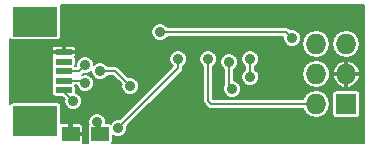
<source format=gbl>
G04 #@! TF.FileFunction,Copper,L2,Bot,Signal*
%FSLAX46Y46*%
G04 Gerber Fmt 4.6, Leading zero omitted, Abs format (unit mm)*
G04 Created by KiCad (PCBNEW 4.0.1-stable) date 9/2/2016 3:58:06 PM*
%MOMM*%
G01*
G04 APERTURE LIST*
%ADD10C,0.150000*%
%ADD11R,3.799840X2.499360*%
%ADD12R,1.399540X0.500380*%
%ADD13R,1.727200X1.727200*%
%ADD14O,1.727200X1.727200*%
%ADD15R,1.500000X1.250000*%
%ADD16C,0.889000*%
%ADD17C,0.203200*%
G04 APERTURE END LIST*
D10*
D11*
X150969980Y-97652840D03*
X150969980Y-106055160D03*
D12*
X153370280Y-100253800D03*
X153370280Y-101053900D03*
X153370280Y-103454200D03*
X153370280Y-102654100D03*
X153370280Y-101854000D03*
D13*
X177292000Y-104648000D03*
D14*
X174752000Y-104648000D03*
X177292000Y-102108000D03*
X174752000Y-102108000D03*
X177292000Y-99568000D03*
X174752000Y-99568000D03*
D15*
X156444000Y-107188000D03*
X153944000Y-107188000D03*
D16*
X156210000Y-106172000D03*
X157988000Y-106680000D03*
X163068000Y-100838000D03*
X154178000Y-104394000D03*
X159004000Y-103124000D03*
X156464000Y-101854000D03*
X167640000Y-103378000D03*
X167386000Y-101092000D03*
X155194000Y-102870000D03*
X155194000Y-101346000D03*
X169164000Y-102362000D03*
X169164000Y-100838000D03*
X172720000Y-99060000D03*
X161544000Y-98552000D03*
X157734000Y-103378000D03*
X157226000Y-100838000D03*
X151130000Y-101600000D03*
X164338000Y-100838000D03*
X165608000Y-100838000D03*
D17*
X156444000Y-106406000D02*
X156444000Y-107188000D01*
X156210000Y-106172000D02*
X156444000Y-106406000D01*
X163068000Y-101600000D02*
X163068000Y-100838000D01*
X157988000Y-106680000D02*
X163068000Y-101600000D01*
X153370280Y-103454200D02*
X153370280Y-103586280D01*
X153370280Y-103586280D02*
X154178000Y-104394000D01*
X156464000Y-101854000D02*
X157734000Y-101854000D01*
X157734000Y-101854000D02*
X159004000Y-103124000D01*
X167640000Y-103378000D02*
X167386000Y-103124000D01*
X167386000Y-103124000D02*
X167386000Y-101092000D01*
X154978100Y-102654100D02*
X155194000Y-102870000D01*
X153370280Y-102654100D02*
X154978100Y-102654100D01*
X154686000Y-101854000D02*
X155194000Y-101346000D01*
X153370280Y-101854000D02*
X154686000Y-101854000D01*
X169164000Y-102362000D02*
X169164000Y-100838000D01*
X172212000Y-98552000D02*
X172720000Y-99060000D01*
X161544000Y-98552000D02*
X172212000Y-98552000D01*
X165862000Y-104648000D02*
X168656000Y-104648000D01*
X165608000Y-104394000D02*
X165862000Y-104648000D01*
X165608000Y-100838000D02*
X165608000Y-104394000D01*
X174752000Y-104648000D02*
X168656000Y-104648000D01*
G36*
X178828700Y-107962700D02*
X157460614Y-107962700D01*
X157480287Y-107933907D01*
X157504771Y-107813000D01*
X157504771Y-107256524D01*
X157563001Y-107314856D01*
X157838301Y-107429170D01*
X158136391Y-107429430D01*
X158411890Y-107315596D01*
X158622856Y-107104999D01*
X158737170Y-106829699D01*
X158737430Y-106531609D01*
X158729739Y-106512997D01*
X163355368Y-101887368D01*
X163433865Y-101769890D01*
X163443465Y-101755523D01*
X163474400Y-101600000D01*
X163474400Y-101480823D01*
X163491890Y-101473596D01*
X163702856Y-101262999D01*
X163817170Y-100987699D01*
X163817171Y-100986391D01*
X164858570Y-100986391D01*
X164972404Y-101261890D01*
X165183001Y-101472856D01*
X165201600Y-101480579D01*
X165201600Y-104394000D01*
X165232535Y-104549523D01*
X165298336Y-104648000D01*
X165320632Y-104681368D01*
X165574632Y-104935368D01*
X165706477Y-105023465D01*
X165862000Y-105054400D01*
X173641548Y-105054400D01*
X173649649Y-105095127D01*
X173902926Y-105474184D01*
X174281983Y-105727461D01*
X174729110Y-105816400D01*
X174774890Y-105816400D01*
X175222017Y-105727461D01*
X175601074Y-105474184D01*
X175854351Y-105095127D01*
X175943290Y-104648000D01*
X175854351Y-104200873D01*
X175601074Y-103821816D01*
X175545077Y-103784400D01*
X176117629Y-103784400D01*
X176117629Y-105511600D01*
X176138882Y-105624552D01*
X176205637Y-105728292D01*
X176307493Y-105797887D01*
X176428400Y-105822371D01*
X178155600Y-105822371D01*
X178268552Y-105801118D01*
X178372292Y-105734363D01*
X178441887Y-105632507D01*
X178466371Y-105511600D01*
X178466371Y-103784400D01*
X178445118Y-103671448D01*
X178378363Y-103567708D01*
X178276507Y-103498113D01*
X178155600Y-103473629D01*
X176428400Y-103473629D01*
X176315448Y-103494882D01*
X176211708Y-103561637D01*
X176142113Y-103663493D01*
X176117629Y-103784400D01*
X175545077Y-103784400D01*
X175222017Y-103568539D01*
X174774890Y-103479600D01*
X174729110Y-103479600D01*
X174281983Y-103568539D01*
X173902926Y-103821816D01*
X173649649Y-104200873D01*
X173641548Y-104241600D01*
X166030336Y-104241600D01*
X166014400Y-104225664D01*
X166014400Y-101480823D01*
X166031890Y-101473596D01*
X166242856Y-101262999D01*
X166252243Y-101240391D01*
X166636570Y-101240391D01*
X166750404Y-101515890D01*
X166961001Y-101726856D01*
X166979600Y-101734579D01*
X166979600Y-103014518D01*
X166890830Y-103228301D01*
X166890570Y-103526391D01*
X167004404Y-103801890D01*
X167215001Y-104012856D01*
X167490301Y-104127170D01*
X167788391Y-104127430D01*
X168063890Y-104013596D01*
X168274856Y-103802999D01*
X168389170Y-103527699D01*
X168389430Y-103229609D01*
X168275596Y-102954110D01*
X168064999Y-102743144D01*
X167792400Y-102629952D01*
X167792400Y-101734823D01*
X167809890Y-101727596D01*
X168020856Y-101516999D01*
X168135170Y-101241699D01*
X168135392Y-100986391D01*
X168414570Y-100986391D01*
X168528404Y-101261890D01*
X168739001Y-101472856D01*
X168757600Y-101480579D01*
X168757600Y-101719177D01*
X168740110Y-101726404D01*
X168529144Y-101937001D01*
X168414830Y-102212301D01*
X168414570Y-102510391D01*
X168528404Y-102785890D01*
X168739001Y-102996856D01*
X169014301Y-103111170D01*
X169312391Y-103111430D01*
X169587890Y-102997596D01*
X169798856Y-102786999D01*
X169913170Y-102511699D01*
X169913430Y-102213609D01*
X169869794Y-102108000D01*
X173560710Y-102108000D01*
X173649649Y-102555127D01*
X173902926Y-102934184D01*
X174281983Y-103187461D01*
X174729110Y-103276400D01*
X174774890Y-103276400D01*
X175222017Y-103187461D01*
X175601074Y-102934184D01*
X175854351Y-102555127D01*
X175889572Y-102378054D01*
X176155237Y-102378054D01*
X176297223Y-102720862D01*
X176607478Y-103054895D01*
X177021945Y-103244772D01*
X177203100Y-103196822D01*
X177203100Y-102196900D01*
X177380900Y-102196900D01*
X177380900Y-103196822D01*
X177562055Y-103244772D01*
X177976522Y-103054895D01*
X178286777Y-102720862D01*
X178428763Y-102378054D01*
X178380576Y-102196900D01*
X177380900Y-102196900D01*
X177203100Y-102196900D01*
X176203424Y-102196900D01*
X176155237Y-102378054D01*
X175889572Y-102378054D01*
X175943290Y-102108000D01*
X175889573Y-101837946D01*
X176155237Y-101837946D01*
X176203424Y-102019100D01*
X177203100Y-102019100D01*
X177203100Y-101019178D01*
X177380900Y-101019178D01*
X177380900Y-102019100D01*
X178380576Y-102019100D01*
X178428763Y-101837946D01*
X178286777Y-101495138D01*
X177976522Y-101161105D01*
X177562055Y-100971228D01*
X177380900Y-101019178D01*
X177203100Y-101019178D01*
X177021945Y-100971228D01*
X176607478Y-101161105D01*
X176297223Y-101495138D01*
X176155237Y-101837946D01*
X175889573Y-101837946D01*
X175854351Y-101660873D01*
X175601074Y-101281816D01*
X175222017Y-101028539D01*
X174774890Y-100939600D01*
X174729110Y-100939600D01*
X174281983Y-101028539D01*
X173902926Y-101281816D01*
X173649649Y-101660873D01*
X173560710Y-102108000D01*
X169869794Y-102108000D01*
X169799596Y-101938110D01*
X169588999Y-101727144D01*
X169570400Y-101719421D01*
X169570400Y-101480823D01*
X169587890Y-101473596D01*
X169798856Y-101262999D01*
X169913170Y-100987699D01*
X169913430Y-100689609D01*
X169799596Y-100414110D01*
X169588999Y-100203144D01*
X169313699Y-100088830D01*
X169015609Y-100088570D01*
X168740110Y-100202404D01*
X168529144Y-100413001D01*
X168414830Y-100688301D01*
X168414570Y-100986391D01*
X168135392Y-100986391D01*
X168135430Y-100943609D01*
X168021596Y-100668110D01*
X167810999Y-100457144D01*
X167535699Y-100342830D01*
X167237609Y-100342570D01*
X166962110Y-100456404D01*
X166751144Y-100667001D01*
X166636830Y-100942301D01*
X166636570Y-101240391D01*
X166252243Y-101240391D01*
X166357170Y-100987699D01*
X166357430Y-100689609D01*
X166243596Y-100414110D01*
X166032999Y-100203144D01*
X165757699Y-100088830D01*
X165459609Y-100088570D01*
X165184110Y-100202404D01*
X164973144Y-100413001D01*
X164858830Y-100688301D01*
X164858570Y-100986391D01*
X163817171Y-100986391D01*
X163817430Y-100689609D01*
X163703596Y-100414110D01*
X163492999Y-100203144D01*
X163217699Y-100088830D01*
X162919609Y-100088570D01*
X162644110Y-100202404D01*
X162433144Y-100413001D01*
X162318830Y-100688301D01*
X162318570Y-100986391D01*
X162432404Y-101261890D01*
X162631714Y-101461550D01*
X158155177Y-105938087D01*
X158137699Y-105930830D01*
X157839609Y-105930570D01*
X157564110Y-106044404D01*
X157353144Y-106255001D01*
X157337670Y-106292266D01*
X157314907Y-106276713D01*
X157194000Y-106252229D01*
X156959231Y-106252229D01*
X156959430Y-106023609D01*
X156845596Y-105748110D01*
X156634999Y-105537144D01*
X156359699Y-105422830D01*
X156061609Y-105422570D01*
X155786110Y-105536404D01*
X155575144Y-105747001D01*
X155460830Y-106022301D01*
X155460570Y-106320391D01*
X155471988Y-106348024D01*
X155407713Y-106442093D01*
X155383229Y-106563000D01*
X155383229Y-107813000D01*
X155404482Y-107925952D01*
X155428129Y-107962700D01*
X154961906Y-107962700D01*
X154998800Y-107873629D01*
X154998800Y-107353100D01*
X154922600Y-107276900D01*
X154032900Y-107276900D01*
X154032900Y-107296900D01*
X153855100Y-107296900D01*
X153855100Y-107276900D01*
X153835100Y-107276900D01*
X153835100Y-107099100D01*
X153855100Y-107099100D01*
X153855100Y-106334400D01*
X154032900Y-106334400D01*
X154032900Y-107099100D01*
X154922600Y-107099100D01*
X154998800Y-107022900D01*
X154998800Y-106502371D01*
X154952397Y-106390344D01*
X154866655Y-106304603D01*
X154754628Y-106258200D01*
X154109100Y-106258200D01*
X154032900Y-106334400D01*
X153855100Y-106334400D01*
X153778900Y-106258200D01*
X153180671Y-106258200D01*
X153180671Y-104805480D01*
X153159418Y-104692528D01*
X153092663Y-104588788D01*
X152990807Y-104519193D01*
X152869900Y-104494709D01*
X149070060Y-104494709D01*
X148957108Y-104515962D01*
X148853368Y-104582717D01*
X148831300Y-104615015D01*
X148831300Y-100803710D01*
X152359739Y-100803710D01*
X152359739Y-101304090D01*
X152380992Y-101417042D01*
X152404385Y-101453395D01*
X152384223Y-101482903D01*
X152359739Y-101603810D01*
X152359739Y-102104190D01*
X152380992Y-102217142D01*
X152404385Y-102253495D01*
X152384223Y-102283003D01*
X152359739Y-102403910D01*
X152359739Y-102904290D01*
X152380992Y-103017242D01*
X152404385Y-103053595D01*
X152384223Y-103083103D01*
X152359739Y-103204010D01*
X152359739Y-103704390D01*
X152380992Y-103817342D01*
X152447747Y-103921082D01*
X152549603Y-103990677D01*
X152670510Y-104015161D01*
X153224425Y-104015161D01*
X153436087Y-104226823D01*
X153428830Y-104244301D01*
X153428570Y-104542391D01*
X153542404Y-104817890D01*
X153753001Y-105028856D01*
X154028301Y-105143170D01*
X154326391Y-105143430D01*
X154601890Y-105029596D01*
X154812856Y-104818999D01*
X154927170Y-104543699D01*
X154927430Y-104245609D01*
X154813596Y-103970110D01*
X154602999Y-103759144D01*
X154380821Y-103666888D01*
X154380821Y-103204010D01*
X154359568Y-103091058D01*
X154339904Y-103060500D01*
X154461969Y-103060500D01*
X154558404Y-103293890D01*
X154769001Y-103504856D01*
X155044301Y-103619170D01*
X155342391Y-103619430D01*
X155617890Y-103505596D01*
X155828856Y-103294999D01*
X155943170Y-103019699D01*
X155943430Y-102721609D01*
X155829596Y-102446110D01*
X155618999Y-102235144D01*
X155343699Y-102120830D01*
X155045609Y-102120570D01*
X154937871Y-102165086D01*
X154973368Y-102141368D01*
X155026823Y-102087913D01*
X155044301Y-102095170D01*
X155342391Y-102095430D01*
X155617890Y-101981596D01*
X155714672Y-101884983D01*
X155714570Y-102002391D01*
X155828404Y-102277890D01*
X156039001Y-102488856D01*
X156314301Y-102603170D01*
X156612391Y-102603430D01*
X156887890Y-102489596D01*
X157098856Y-102278999D01*
X157106579Y-102260400D01*
X157565664Y-102260400D01*
X158262087Y-102956823D01*
X158254830Y-102974301D01*
X158254570Y-103272391D01*
X158368404Y-103547890D01*
X158579001Y-103758856D01*
X158854301Y-103873170D01*
X159152391Y-103873430D01*
X159427890Y-103759596D01*
X159638856Y-103548999D01*
X159753170Y-103273699D01*
X159753430Y-102975609D01*
X159639596Y-102700110D01*
X159428999Y-102489144D01*
X159153699Y-102374830D01*
X158855609Y-102374570D01*
X158836997Y-102382261D01*
X158021368Y-101566632D01*
X157952749Y-101520782D01*
X157889523Y-101478535D01*
X157734000Y-101447600D01*
X157106823Y-101447600D01*
X157099596Y-101430110D01*
X156888999Y-101219144D01*
X156613699Y-101104830D01*
X156315609Y-101104570D01*
X156040110Y-101218404D01*
X155943328Y-101315017D01*
X155943430Y-101197609D01*
X155829596Y-100922110D01*
X155618999Y-100711144D01*
X155343699Y-100596830D01*
X155045609Y-100596570D01*
X154770110Y-100710404D01*
X154559144Y-100921001D01*
X154444830Y-101196301D01*
X154444611Y-101447600D01*
X154340893Y-101447600D01*
X154356337Y-101424997D01*
X154380821Y-101304090D01*
X154380821Y-100803710D01*
X154359568Y-100690758D01*
X154337078Y-100655808D01*
X154374850Y-100564618D01*
X154374850Y-100418900D01*
X154298650Y-100342700D01*
X153459180Y-100342700D01*
X153459180Y-100362700D01*
X153281380Y-100362700D01*
X153281380Y-100342700D01*
X152441910Y-100342700D01*
X152365710Y-100418900D01*
X152365710Y-100564618D01*
X152403175Y-100655066D01*
X152384223Y-100682803D01*
X152359739Y-100803710D01*
X148831300Y-100803710D01*
X148831300Y-99942982D01*
X152365710Y-99942982D01*
X152365710Y-100088700D01*
X152441910Y-100164900D01*
X153281380Y-100164900D01*
X153281380Y-99775010D01*
X153459180Y-99775010D01*
X153459180Y-100164900D01*
X154298650Y-100164900D01*
X154374850Y-100088700D01*
X154374850Y-99942982D01*
X154328447Y-99830955D01*
X154242706Y-99745213D01*
X154130679Y-99698810D01*
X153535380Y-99698810D01*
X153459180Y-99775010D01*
X153281380Y-99775010D01*
X153205180Y-99698810D01*
X152609881Y-99698810D01*
X152497854Y-99745213D01*
X152412113Y-99830955D01*
X152365710Y-99942982D01*
X148831300Y-99942982D01*
X148831300Y-99094352D01*
X148847297Y-99119212D01*
X148949153Y-99188807D01*
X149070060Y-99213291D01*
X152869900Y-99213291D01*
X152982852Y-99192038D01*
X153086592Y-99125283D01*
X153156187Y-99023427D01*
X153180671Y-98902520D01*
X153180671Y-98700391D01*
X160794570Y-98700391D01*
X160908404Y-98975890D01*
X161119001Y-99186856D01*
X161394301Y-99301170D01*
X161692391Y-99301430D01*
X161967890Y-99187596D01*
X162178856Y-98976999D01*
X162186579Y-98958400D01*
X171970788Y-98958400D01*
X171970570Y-99208391D01*
X172084404Y-99483890D01*
X172295001Y-99694856D01*
X172570301Y-99809170D01*
X172868391Y-99809430D01*
X173143890Y-99695596D01*
X173271709Y-99568000D01*
X173560710Y-99568000D01*
X173649649Y-100015127D01*
X173902926Y-100394184D01*
X174281983Y-100647461D01*
X174729110Y-100736400D01*
X174774890Y-100736400D01*
X175222017Y-100647461D01*
X175601074Y-100394184D01*
X175854351Y-100015127D01*
X175943290Y-99568000D01*
X176100710Y-99568000D01*
X176189649Y-100015127D01*
X176442926Y-100394184D01*
X176821983Y-100647461D01*
X177269110Y-100736400D01*
X177314890Y-100736400D01*
X177762017Y-100647461D01*
X178141074Y-100394184D01*
X178394351Y-100015127D01*
X178483290Y-99568000D01*
X178394351Y-99120873D01*
X178141074Y-98741816D01*
X177762017Y-98488539D01*
X177314890Y-98399600D01*
X177269110Y-98399600D01*
X176821983Y-98488539D01*
X176442926Y-98741816D01*
X176189649Y-99120873D01*
X176100710Y-99568000D01*
X175943290Y-99568000D01*
X175854351Y-99120873D01*
X175601074Y-98741816D01*
X175222017Y-98488539D01*
X174774890Y-98399600D01*
X174729110Y-98399600D01*
X174281983Y-98488539D01*
X173902926Y-98741816D01*
X173649649Y-99120873D01*
X173560710Y-99568000D01*
X173271709Y-99568000D01*
X173354856Y-99484999D01*
X173469170Y-99209699D01*
X173469430Y-98911609D01*
X173355596Y-98636110D01*
X173144999Y-98425144D01*
X172869699Y-98310830D01*
X172571609Y-98310570D01*
X172552997Y-98318260D01*
X172499368Y-98264632D01*
X172367523Y-98176535D01*
X172212000Y-98145600D01*
X162186823Y-98145600D01*
X162179596Y-98128110D01*
X161968999Y-97917144D01*
X161693699Y-97802830D01*
X161395609Y-97802570D01*
X161120110Y-97916404D01*
X160909144Y-98127001D01*
X160794830Y-98402301D01*
X160794570Y-98700391D01*
X153180671Y-98700391D01*
X153180671Y-96403160D01*
X153159418Y-96290208D01*
X153135668Y-96253300D01*
X178828700Y-96253300D01*
X178828700Y-107962700D01*
X178828700Y-107962700D01*
G37*
X178828700Y-107962700D02*
X157460614Y-107962700D01*
X157480287Y-107933907D01*
X157504771Y-107813000D01*
X157504771Y-107256524D01*
X157563001Y-107314856D01*
X157838301Y-107429170D01*
X158136391Y-107429430D01*
X158411890Y-107315596D01*
X158622856Y-107104999D01*
X158737170Y-106829699D01*
X158737430Y-106531609D01*
X158729739Y-106512997D01*
X163355368Y-101887368D01*
X163433865Y-101769890D01*
X163443465Y-101755523D01*
X163474400Y-101600000D01*
X163474400Y-101480823D01*
X163491890Y-101473596D01*
X163702856Y-101262999D01*
X163817170Y-100987699D01*
X163817171Y-100986391D01*
X164858570Y-100986391D01*
X164972404Y-101261890D01*
X165183001Y-101472856D01*
X165201600Y-101480579D01*
X165201600Y-104394000D01*
X165232535Y-104549523D01*
X165298336Y-104648000D01*
X165320632Y-104681368D01*
X165574632Y-104935368D01*
X165706477Y-105023465D01*
X165862000Y-105054400D01*
X173641548Y-105054400D01*
X173649649Y-105095127D01*
X173902926Y-105474184D01*
X174281983Y-105727461D01*
X174729110Y-105816400D01*
X174774890Y-105816400D01*
X175222017Y-105727461D01*
X175601074Y-105474184D01*
X175854351Y-105095127D01*
X175943290Y-104648000D01*
X175854351Y-104200873D01*
X175601074Y-103821816D01*
X175545077Y-103784400D01*
X176117629Y-103784400D01*
X176117629Y-105511600D01*
X176138882Y-105624552D01*
X176205637Y-105728292D01*
X176307493Y-105797887D01*
X176428400Y-105822371D01*
X178155600Y-105822371D01*
X178268552Y-105801118D01*
X178372292Y-105734363D01*
X178441887Y-105632507D01*
X178466371Y-105511600D01*
X178466371Y-103784400D01*
X178445118Y-103671448D01*
X178378363Y-103567708D01*
X178276507Y-103498113D01*
X178155600Y-103473629D01*
X176428400Y-103473629D01*
X176315448Y-103494882D01*
X176211708Y-103561637D01*
X176142113Y-103663493D01*
X176117629Y-103784400D01*
X175545077Y-103784400D01*
X175222017Y-103568539D01*
X174774890Y-103479600D01*
X174729110Y-103479600D01*
X174281983Y-103568539D01*
X173902926Y-103821816D01*
X173649649Y-104200873D01*
X173641548Y-104241600D01*
X166030336Y-104241600D01*
X166014400Y-104225664D01*
X166014400Y-101480823D01*
X166031890Y-101473596D01*
X166242856Y-101262999D01*
X166252243Y-101240391D01*
X166636570Y-101240391D01*
X166750404Y-101515890D01*
X166961001Y-101726856D01*
X166979600Y-101734579D01*
X166979600Y-103014518D01*
X166890830Y-103228301D01*
X166890570Y-103526391D01*
X167004404Y-103801890D01*
X167215001Y-104012856D01*
X167490301Y-104127170D01*
X167788391Y-104127430D01*
X168063890Y-104013596D01*
X168274856Y-103802999D01*
X168389170Y-103527699D01*
X168389430Y-103229609D01*
X168275596Y-102954110D01*
X168064999Y-102743144D01*
X167792400Y-102629952D01*
X167792400Y-101734823D01*
X167809890Y-101727596D01*
X168020856Y-101516999D01*
X168135170Y-101241699D01*
X168135392Y-100986391D01*
X168414570Y-100986391D01*
X168528404Y-101261890D01*
X168739001Y-101472856D01*
X168757600Y-101480579D01*
X168757600Y-101719177D01*
X168740110Y-101726404D01*
X168529144Y-101937001D01*
X168414830Y-102212301D01*
X168414570Y-102510391D01*
X168528404Y-102785890D01*
X168739001Y-102996856D01*
X169014301Y-103111170D01*
X169312391Y-103111430D01*
X169587890Y-102997596D01*
X169798856Y-102786999D01*
X169913170Y-102511699D01*
X169913430Y-102213609D01*
X169869794Y-102108000D01*
X173560710Y-102108000D01*
X173649649Y-102555127D01*
X173902926Y-102934184D01*
X174281983Y-103187461D01*
X174729110Y-103276400D01*
X174774890Y-103276400D01*
X175222017Y-103187461D01*
X175601074Y-102934184D01*
X175854351Y-102555127D01*
X175889572Y-102378054D01*
X176155237Y-102378054D01*
X176297223Y-102720862D01*
X176607478Y-103054895D01*
X177021945Y-103244772D01*
X177203100Y-103196822D01*
X177203100Y-102196900D01*
X177380900Y-102196900D01*
X177380900Y-103196822D01*
X177562055Y-103244772D01*
X177976522Y-103054895D01*
X178286777Y-102720862D01*
X178428763Y-102378054D01*
X178380576Y-102196900D01*
X177380900Y-102196900D01*
X177203100Y-102196900D01*
X176203424Y-102196900D01*
X176155237Y-102378054D01*
X175889572Y-102378054D01*
X175943290Y-102108000D01*
X175889573Y-101837946D01*
X176155237Y-101837946D01*
X176203424Y-102019100D01*
X177203100Y-102019100D01*
X177203100Y-101019178D01*
X177380900Y-101019178D01*
X177380900Y-102019100D01*
X178380576Y-102019100D01*
X178428763Y-101837946D01*
X178286777Y-101495138D01*
X177976522Y-101161105D01*
X177562055Y-100971228D01*
X177380900Y-101019178D01*
X177203100Y-101019178D01*
X177021945Y-100971228D01*
X176607478Y-101161105D01*
X176297223Y-101495138D01*
X176155237Y-101837946D01*
X175889573Y-101837946D01*
X175854351Y-101660873D01*
X175601074Y-101281816D01*
X175222017Y-101028539D01*
X174774890Y-100939600D01*
X174729110Y-100939600D01*
X174281983Y-101028539D01*
X173902926Y-101281816D01*
X173649649Y-101660873D01*
X173560710Y-102108000D01*
X169869794Y-102108000D01*
X169799596Y-101938110D01*
X169588999Y-101727144D01*
X169570400Y-101719421D01*
X169570400Y-101480823D01*
X169587890Y-101473596D01*
X169798856Y-101262999D01*
X169913170Y-100987699D01*
X169913430Y-100689609D01*
X169799596Y-100414110D01*
X169588999Y-100203144D01*
X169313699Y-100088830D01*
X169015609Y-100088570D01*
X168740110Y-100202404D01*
X168529144Y-100413001D01*
X168414830Y-100688301D01*
X168414570Y-100986391D01*
X168135392Y-100986391D01*
X168135430Y-100943609D01*
X168021596Y-100668110D01*
X167810999Y-100457144D01*
X167535699Y-100342830D01*
X167237609Y-100342570D01*
X166962110Y-100456404D01*
X166751144Y-100667001D01*
X166636830Y-100942301D01*
X166636570Y-101240391D01*
X166252243Y-101240391D01*
X166357170Y-100987699D01*
X166357430Y-100689609D01*
X166243596Y-100414110D01*
X166032999Y-100203144D01*
X165757699Y-100088830D01*
X165459609Y-100088570D01*
X165184110Y-100202404D01*
X164973144Y-100413001D01*
X164858830Y-100688301D01*
X164858570Y-100986391D01*
X163817171Y-100986391D01*
X163817430Y-100689609D01*
X163703596Y-100414110D01*
X163492999Y-100203144D01*
X163217699Y-100088830D01*
X162919609Y-100088570D01*
X162644110Y-100202404D01*
X162433144Y-100413001D01*
X162318830Y-100688301D01*
X162318570Y-100986391D01*
X162432404Y-101261890D01*
X162631714Y-101461550D01*
X158155177Y-105938087D01*
X158137699Y-105930830D01*
X157839609Y-105930570D01*
X157564110Y-106044404D01*
X157353144Y-106255001D01*
X157337670Y-106292266D01*
X157314907Y-106276713D01*
X157194000Y-106252229D01*
X156959231Y-106252229D01*
X156959430Y-106023609D01*
X156845596Y-105748110D01*
X156634999Y-105537144D01*
X156359699Y-105422830D01*
X156061609Y-105422570D01*
X155786110Y-105536404D01*
X155575144Y-105747001D01*
X155460830Y-106022301D01*
X155460570Y-106320391D01*
X155471988Y-106348024D01*
X155407713Y-106442093D01*
X155383229Y-106563000D01*
X155383229Y-107813000D01*
X155404482Y-107925952D01*
X155428129Y-107962700D01*
X154961906Y-107962700D01*
X154998800Y-107873629D01*
X154998800Y-107353100D01*
X154922600Y-107276900D01*
X154032900Y-107276900D01*
X154032900Y-107296900D01*
X153855100Y-107296900D01*
X153855100Y-107276900D01*
X153835100Y-107276900D01*
X153835100Y-107099100D01*
X153855100Y-107099100D01*
X153855100Y-106334400D01*
X154032900Y-106334400D01*
X154032900Y-107099100D01*
X154922600Y-107099100D01*
X154998800Y-107022900D01*
X154998800Y-106502371D01*
X154952397Y-106390344D01*
X154866655Y-106304603D01*
X154754628Y-106258200D01*
X154109100Y-106258200D01*
X154032900Y-106334400D01*
X153855100Y-106334400D01*
X153778900Y-106258200D01*
X153180671Y-106258200D01*
X153180671Y-104805480D01*
X153159418Y-104692528D01*
X153092663Y-104588788D01*
X152990807Y-104519193D01*
X152869900Y-104494709D01*
X149070060Y-104494709D01*
X148957108Y-104515962D01*
X148853368Y-104582717D01*
X148831300Y-104615015D01*
X148831300Y-100803710D01*
X152359739Y-100803710D01*
X152359739Y-101304090D01*
X152380992Y-101417042D01*
X152404385Y-101453395D01*
X152384223Y-101482903D01*
X152359739Y-101603810D01*
X152359739Y-102104190D01*
X152380992Y-102217142D01*
X152404385Y-102253495D01*
X152384223Y-102283003D01*
X152359739Y-102403910D01*
X152359739Y-102904290D01*
X152380992Y-103017242D01*
X152404385Y-103053595D01*
X152384223Y-103083103D01*
X152359739Y-103204010D01*
X152359739Y-103704390D01*
X152380992Y-103817342D01*
X152447747Y-103921082D01*
X152549603Y-103990677D01*
X152670510Y-104015161D01*
X153224425Y-104015161D01*
X153436087Y-104226823D01*
X153428830Y-104244301D01*
X153428570Y-104542391D01*
X153542404Y-104817890D01*
X153753001Y-105028856D01*
X154028301Y-105143170D01*
X154326391Y-105143430D01*
X154601890Y-105029596D01*
X154812856Y-104818999D01*
X154927170Y-104543699D01*
X154927430Y-104245609D01*
X154813596Y-103970110D01*
X154602999Y-103759144D01*
X154380821Y-103666888D01*
X154380821Y-103204010D01*
X154359568Y-103091058D01*
X154339904Y-103060500D01*
X154461969Y-103060500D01*
X154558404Y-103293890D01*
X154769001Y-103504856D01*
X155044301Y-103619170D01*
X155342391Y-103619430D01*
X155617890Y-103505596D01*
X155828856Y-103294999D01*
X155943170Y-103019699D01*
X155943430Y-102721609D01*
X155829596Y-102446110D01*
X155618999Y-102235144D01*
X155343699Y-102120830D01*
X155045609Y-102120570D01*
X154937871Y-102165086D01*
X154973368Y-102141368D01*
X155026823Y-102087913D01*
X155044301Y-102095170D01*
X155342391Y-102095430D01*
X155617890Y-101981596D01*
X155714672Y-101884983D01*
X155714570Y-102002391D01*
X155828404Y-102277890D01*
X156039001Y-102488856D01*
X156314301Y-102603170D01*
X156612391Y-102603430D01*
X156887890Y-102489596D01*
X157098856Y-102278999D01*
X157106579Y-102260400D01*
X157565664Y-102260400D01*
X158262087Y-102956823D01*
X158254830Y-102974301D01*
X158254570Y-103272391D01*
X158368404Y-103547890D01*
X158579001Y-103758856D01*
X158854301Y-103873170D01*
X159152391Y-103873430D01*
X159427890Y-103759596D01*
X159638856Y-103548999D01*
X159753170Y-103273699D01*
X159753430Y-102975609D01*
X159639596Y-102700110D01*
X159428999Y-102489144D01*
X159153699Y-102374830D01*
X158855609Y-102374570D01*
X158836997Y-102382261D01*
X158021368Y-101566632D01*
X157952749Y-101520782D01*
X157889523Y-101478535D01*
X157734000Y-101447600D01*
X157106823Y-101447600D01*
X157099596Y-101430110D01*
X156888999Y-101219144D01*
X156613699Y-101104830D01*
X156315609Y-101104570D01*
X156040110Y-101218404D01*
X155943328Y-101315017D01*
X155943430Y-101197609D01*
X155829596Y-100922110D01*
X155618999Y-100711144D01*
X155343699Y-100596830D01*
X155045609Y-100596570D01*
X154770110Y-100710404D01*
X154559144Y-100921001D01*
X154444830Y-101196301D01*
X154444611Y-101447600D01*
X154340893Y-101447600D01*
X154356337Y-101424997D01*
X154380821Y-101304090D01*
X154380821Y-100803710D01*
X154359568Y-100690758D01*
X154337078Y-100655808D01*
X154374850Y-100564618D01*
X154374850Y-100418900D01*
X154298650Y-100342700D01*
X153459180Y-100342700D01*
X153459180Y-100362700D01*
X153281380Y-100362700D01*
X153281380Y-100342700D01*
X152441910Y-100342700D01*
X152365710Y-100418900D01*
X152365710Y-100564618D01*
X152403175Y-100655066D01*
X152384223Y-100682803D01*
X152359739Y-100803710D01*
X148831300Y-100803710D01*
X148831300Y-99942982D01*
X152365710Y-99942982D01*
X152365710Y-100088700D01*
X152441910Y-100164900D01*
X153281380Y-100164900D01*
X153281380Y-99775010D01*
X153459180Y-99775010D01*
X153459180Y-100164900D01*
X154298650Y-100164900D01*
X154374850Y-100088700D01*
X154374850Y-99942982D01*
X154328447Y-99830955D01*
X154242706Y-99745213D01*
X154130679Y-99698810D01*
X153535380Y-99698810D01*
X153459180Y-99775010D01*
X153281380Y-99775010D01*
X153205180Y-99698810D01*
X152609881Y-99698810D01*
X152497854Y-99745213D01*
X152412113Y-99830955D01*
X152365710Y-99942982D01*
X148831300Y-99942982D01*
X148831300Y-99094352D01*
X148847297Y-99119212D01*
X148949153Y-99188807D01*
X149070060Y-99213291D01*
X152869900Y-99213291D01*
X152982852Y-99192038D01*
X153086592Y-99125283D01*
X153156187Y-99023427D01*
X153180671Y-98902520D01*
X153180671Y-98700391D01*
X160794570Y-98700391D01*
X160908404Y-98975890D01*
X161119001Y-99186856D01*
X161394301Y-99301170D01*
X161692391Y-99301430D01*
X161967890Y-99187596D01*
X162178856Y-98976999D01*
X162186579Y-98958400D01*
X171970788Y-98958400D01*
X171970570Y-99208391D01*
X172084404Y-99483890D01*
X172295001Y-99694856D01*
X172570301Y-99809170D01*
X172868391Y-99809430D01*
X173143890Y-99695596D01*
X173271709Y-99568000D01*
X173560710Y-99568000D01*
X173649649Y-100015127D01*
X173902926Y-100394184D01*
X174281983Y-100647461D01*
X174729110Y-100736400D01*
X174774890Y-100736400D01*
X175222017Y-100647461D01*
X175601074Y-100394184D01*
X175854351Y-100015127D01*
X175943290Y-99568000D01*
X176100710Y-99568000D01*
X176189649Y-100015127D01*
X176442926Y-100394184D01*
X176821983Y-100647461D01*
X177269110Y-100736400D01*
X177314890Y-100736400D01*
X177762017Y-100647461D01*
X178141074Y-100394184D01*
X178394351Y-100015127D01*
X178483290Y-99568000D01*
X178394351Y-99120873D01*
X178141074Y-98741816D01*
X177762017Y-98488539D01*
X177314890Y-98399600D01*
X177269110Y-98399600D01*
X176821983Y-98488539D01*
X176442926Y-98741816D01*
X176189649Y-99120873D01*
X176100710Y-99568000D01*
X175943290Y-99568000D01*
X175854351Y-99120873D01*
X175601074Y-98741816D01*
X175222017Y-98488539D01*
X174774890Y-98399600D01*
X174729110Y-98399600D01*
X174281983Y-98488539D01*
X173902926Y-98741816D01*
X173649649Y-99120873D01*
X173560710Y-99568000D01*
X173271709Y-99568000D01*
X173354856Y-99484999D01*
X173469170Y-99209699D01*
X173469430Y-98911609D01*
X173355596Y-98636110D01*
X173144999Y-98425144D01*
X172869699Y-98310830D01*
X172571609Y-98310570D01*
X172552997Y-98318260D01*
X172499368Y-98264632D01*
X172367523Y-98176535D01*
X172212000Y-98145600D01*
X162186823Y-98145600D01*
X162179596Y-98128110D01*
X161968999Y-97917144D01*
X161693699Y-97802830D01*
X161395609Y-97802570D01*
X161120110Y-97916404D01*
X160909144Y-98127001D01*
X160794830Y-98402301D01*
X160794570Y-98700391D01*
X153180671Y-98700391D01*
X153180671Y-96403160D01*
X153159418Y-96290208D01*
X153135668Y-96253300D01*
X178828700Y-96253300D01*
X178828700Y-107962700D01*
M02*

</source>
